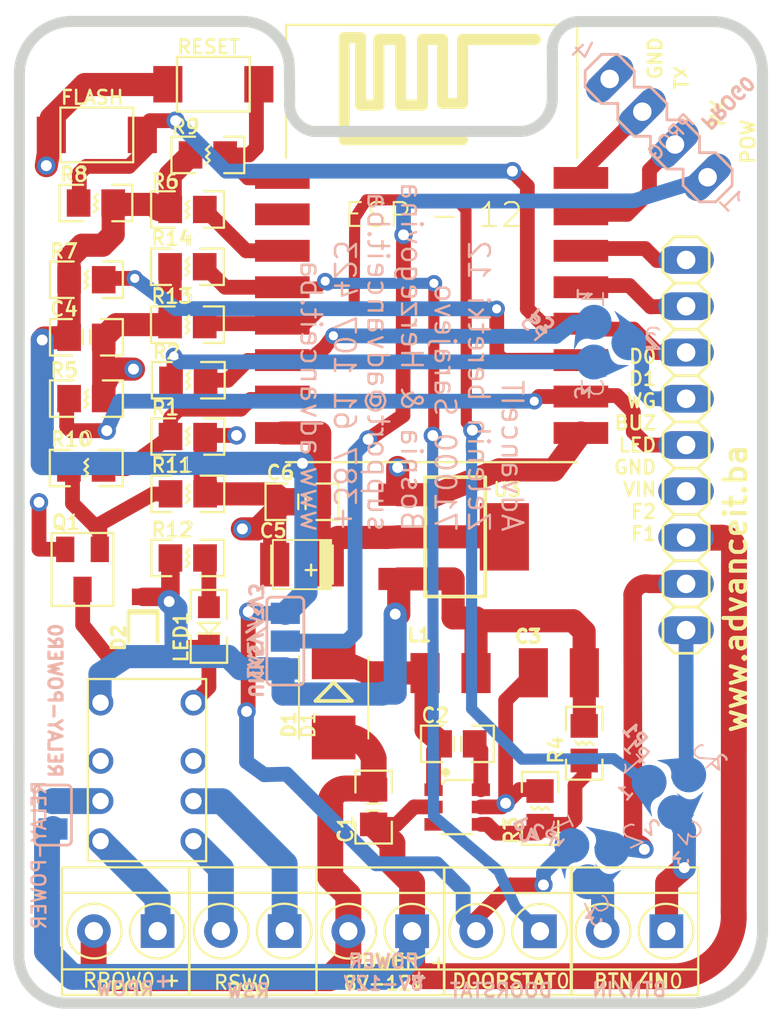
<source format=kicad_pcb>
(kicad_pcb (version 20240108) (generator "pcbnew") (generator_version "8.0")
  (layers (0 "F.Cu" signal) (31 "B.Cu" signal) (34 "B.Paste" user) (35 "F.Paste" user) (36 "B.SilkS" user "B.Silkscreen") (37 "F.SilkS" user "F.Silkscreen") (38 "B.Mask" user) (39 "F.Mask" user) (44 "Edge.Cuts" user))
  (net 0 "")
  (net 1 "GND")
  (net 2 "+3.3V")
  (net 3 "VIN")
  (net 4 "BUCK1")
  (net 5 "BUCK3")
  (net 6 "BUCK2")
  (net 7 "N$6")
  (net 8 "N$7")
  (net 9 "F2")
  (net 10 "F1")
  (net 11 "D0")
  (net 12 "D1")
  (net 13 "LED")
  (net 14 "WG26/34")
  (net 15 "BUZZER")
  (net 16 "RST")
  (net 17 "TXD")
  (net 18 "RXD")
  (net 19 "GPIO2")
  (net 20 "CH_PD")
  (net 21 "BTN")
  (net 22 "+5V")
  (net 23 "RELN2")
  (net 24 "RELN1")
  (net 25 "RELN4")
  (net 26 "RELAY")
  (net 27 "DOOR")
  (net 28 "N$2")
  (net 29 "N$3")
  (net 30 "N$4")
  (net 31 "N$5")
  (net 32 "N$8")
  (net 33 "N$9")
  (net 34 "N$10")
  (footprint "H2-3.5-7.0X7.0MM" (layer "F.Cu") (at 140.929876 127.9927 180)
    (property "Reference" "RSW0")
    (property "Value" "")
  )
  (footprint "H2-3.5-7.0X7.0MM" (layer "F.Cu") (at 133.952876 127.9927 180)
    (property "Reference" "RPOW0")
    (property "Value" "")
  )
  (footprint "SMB" (layer "F.Cu") (at 145.372522 115.167725 -90)
    (property "Reference" "D1")
    (property "Value" "")
  )
  (footprint "R_0805" (layer "F.Cu") (at 132.312876 88.0301 180)
    (property "Reference" "R8")
    (property "Value" "10K" (hide yes))
  )
  (footprint "H2-3.5-7.0X7.0MM" (layer "F.Cu") (at 154.953076 128.0027 180)
    (property "Reference" "DOORSTAT0")
    (property "Value" "")
  )
  (footprint "DIO_SOD123FL" (layer "F.Cu") (at 134.901076 111.272632 -90)
    (property "Reference" "D2")
    (property "Value" "4007-4148" (hide yes))
  )
  (footprint "1X09" (layer "F.Cu") (at 164.730001 101.314869 90)
    (property "Reference" "CONECTOR0" (hide yes))
    (property "Value" "")
  )
  (footprint "R_0805" (layer "F.Cu") (at 159.134504 117.680679 90)
    (property "Reference" "R4")
    (property "Value" "150K" (hide yes))
  )
  (footprint "R_0805" (layer "F.Cu") (at 137.338676 94.7065 180)
    (property "Reference" "R13")
    (property "Value" "10K" (hide yes))
  )
  (footprint "R_0805" (layer "F.Cu") (at 131.792876 92.2401 180)
    (property "Reference" "R7")
    (property "Value" "10K" (hide yes))
  )
  (footprint "H2-3.5-7.0X7.0MM" (layer "F.Cu") (at 147.930476 127.9991 180)
    (property "Reference" "POWER-8V-12V0" (hide yes))
    (property "Value" "GREEN-2P-3.5" (hide yes))
  )
  (footprint "CPOL_B3528" (layer "F.Cu") (at 143.633076 107.8761 180)
    (property "Reference" "C5")
    (property "Value" "47UF" (hide yes))
  )
  (footprint "R_0805" (layer "F.Cu") (at 137.345676 88.3843 180)
    (property "Reference" "R6")
    (property "Value" "10K" (hide yes))
  )
  (footprint "SOT223" (layer "F.Cu") (at 152.047076 106.3529 -90)
    (property "Reference" "LM1117" (hide yes))
    (property "Value" "")
  )
  (footprint "0805LED" (layer "F.Cu") (at 138.620476 111.266635 90)
    (property "Reference" "LED1")
    (property "Value" "")
  )
  (footprint "SOT-23-6" (layer "F.Cu") (at 152.158676 121.1841 -90)
    (property "Reference" "ACT4088" (hide yes))
    (property "Value" "ACT4088" (hide yes))
  )
  (footprint "R_0805" (layer "F.Cu") (at 137.363335 103.994441)
    (property "Reference" "R11")
    (property "Value" "103" (hide yes))
  )
  (footprint "ESP12-SMD" (layer "F.Cu") (at 150.852876 92.4529)
    (property "Reference" "U2" (hide yes))
    (property "Value" "")
  )
  (footprint "" (layer "F.Cu") (at 166.026876 80.4417)
    (property "Reference" "@HOLE0" (hide yes))
    (property "Value" "")
  )
  (footprint "R_0805" (layer "F.Cu") (at 138.462876 85.3901 180)
    (property "Reference" "R9")
    (property "Value" "10K" (hide yes))
  )
  (footprint "C_0805" (layer "F.Cu") (at 143.630276 104.4289 180)
    (property "Reference" "C6")
    (property "Value" "104" (hide yes))
  )
  (footprint "L3225M" (layer "F.Cu") (at 151.791676 113.8319 180)
    (property "Reference" "L1")
    (property "Value" "4.7uH" (hide yes))
  )
  (footprint "R_0805" (layer "F.Cu") (at 131.782676 102.5755)
    (property "Reference" "R10")
    (property "Value" "102R" (hide yes))
  )
  (footprint "HFD3-SIGNAL" (layer "F.Cu") (at 131.868676 114.1565 -90)
    (property "Reference" "RELAY0" (hide yes))
    (property "Value" "2XSWITCH" (hide yes))
  )
  (footprint "C1210" (layer "F.Cu") (at 157.739676 113.8149 180)
    (property "Reference" "C3")
    (property "Value" "220uF" (hide yes))
  )
  (footprint "R_0805" (layer "F.Cu") (at 156.708676 121.2565 -90)
    (property "Reference" "R3")
    (property "Value" "28.7K" (hide yes))
  )
  (footprint "R_0805" (layer "F.Cu") (at 137.361676 100.8473 180)
    (property "Reference" "R1")
    (property "Value" "10K" (hide yes))
  )
  (footprint "R_0805" (layer "F.Cu") (at 131.791676 98.7659 180)
    (property "Reference" "R5")
    (property "Value" "10K" (hide yes))
  )
  (footprint "2P-SWITCH-TURTLE" (layer "F.Cu") (at 134.364276 85.7915 180)
    (property "Reference" "SW1" (hide yes))
    (property "Value" "FLASH")
  )
  (footprint "C_0805" (layer "F.Cu") (at 152.168676 117.7165 180)
    (property "Reference" "C2")
    (property "Value" "22nF" (hide yes))
  )
  (footprint "C_0805" (layer "F.Cu") (at 147.568676 121.1865 -90)
    (property "Reference" "C1")
    (property "Value" "10nF" (hide yes))
  )
  (footprint "R_0805" (layer "F.Cu") (at 137.357104 107.512485)
    (property "Reference" "R12")
    (property "Value" "102R" (hide yes))
  )
  (footprint "R_0805" (layer "F.Cu") (at 137.338676 91.5265)
    (property "Reference" "R14")
    (property "Value" "10K" (hide yes))
  )
  (footprint "2P-SWITCH-TURTLE" (layer "F.Cu") (at 140.764276 83.0115 180)
    (property "Reference" "SW2" (hide yes))
    (property "Value" "RESET")
  )
  (footprint "SOT23" (layer "F.Cu") (at 131.578276 108.1407 180)
    (property "Reference" "Q1")
    (property "Value" "")
  )
  (footprint "C_0805" (layer "F.Cu") (at 131.792876 95.4001)
    (property "Reference" "C4")
    (property "Value" "100n" (hide yes))
  )
  (footprint "R_0805" (layer "F.Cu") (at 137.388676 97.7565)
    (property "Reference" "R2")
    (property "Value" "10K" (hide yes))
  )
  (footprint "H2-3.5-7.0X7.0MM" (layer "F.Cu") (at 161.896476 127.9977 180)
    (property "Reference" "BTN/IN0")
    (property "Value" "GREEN-2P-3.5" (hide yes))
  )
  (footprint "SJ_3" (layer "B.Cu") (at 160.318676 95.6865 -90)
    (property "Reference" "P3")
    (property "Value" "" (hide yes))
  )
  (footprint "SJ_3" (layer "B.Cu") (at 163.90876 120.24165 -48.9)
    (property "Reference" "P1")
    (property "Value" "" (hide yes))
  )
  (footprint "MA04-1" (layer "B.Cu") (at 163.222676 83.9179 134.9)
    (property "Reference" "PROG0")
    (property "Value" "")
  )
  (footprint "SJ_3" (layer "B.Cu") (at 159.499276 124.036104 -65.3)
    (property "Reference" "P2")
    (property "Value" "" (hide yes))
  )
  (footprint "SJ_2" (layer "B.Cu") (at 142.718276 112.0761 90)
    (property "Reference" "UNK5V/3V3")
    (property "Value" "")
  )
  (footprint "SJ" (layer "B.Cu") (at 129.954876 121.6277 -90)
    (property "Reference" "RELAY-POWER0")
    (property "Value" "")
  )
  (gr_line (start 168.922476 80.8227) (end 168.922476 127.6857) (stroke (width 0.6096)) (layer "Edge.Cuts"))
  (gr_line (start 165.110476 131.9453) (end 130.542476 131.9453) (stroke (width 0.6096)) (layer "Edge.Cuts"))
  (gr_arc (start 144.255054 84.0993) (mid 143.244379 83.491286) (end 142.959654 82.3467) (stroke (width 0.6096)) (layer "Edge.Cuts"))
  (gr_arc (start 157.390476 79.7397) (mid 157.711022 78.628962) (end 158.723093 78.070213) (stroke (width 0.6096)) (layer "Edge.Cuts"))
  (gr_arc (start 140.347476 78.0619) (mid 142.179448 78.820728) (end 142.938276 80.6527) (stroke (width 0.6096)) (layer "Edge.Cuts"))
  (gr_line (start 166.234094 78.070213) (end 158.723094 78.070213) (stroke (width 0.6096)) (layer "Edge.Cuts"))
  (gr_line (start 131.004876 78.0619) (end 140.347476 78.0619) (stroke (width 0.6096)) (layer "Edge.Cuts"))
  (gr_arc (start 166.234094 78.070212) (mid 168.148344 78.889674) (end 168.922476 80.8227) (stroke (width 0.6096)) (layer "Edge.Cuts"))
  (gr_arc (start 128.109276 80.9575) (mid 128.957378 78.910002) (end 131.004876 78.0619) (stroke (width 0.6096)) (layer "Edge.Cuts"))
  (gr_line (start 142.938276 80.6527) (end 142.959654 82.3467) (stroke (width 0.6096)) (layer "Edge.Cuts"))
  (gr_arc (start 168.922476 127.6857) (mid 167.898668 130.604991) (end 165.110476 131.9453) (stroke (width 0.6096)) (layer "Edge.Cuts"))
  (gr_line (start 157.380476 82.4067) (end 157.390476 79.7397) (stroke (width 0.6096)) (layer "Edge.Cuts"))
  (gr_arc (start 130.542476 131.9453) (mid 128.728533 131.049545) (end 128.079276 129.1335) (stroke (width 0.6096)) (layer "Edge.Cuts"))
  (gr_line (start 128.079276 129.1335) (end 128.109276 80.9575) (stroke (width 0.6096)) (layer "Edge.Cuts"))
  (gr_line (start 144.255054 84.0993) (end 155.425076 84.0993) (stroke (width 0.6096)) (layer "Edge.Cuts"))
  (gr_arc (start 157.380476 82.4067) (mid 156.753325 83.657977) (end 155.425076 84.0993) (stroke (width 0.6096)) (layer "Edge.Cuts"))
  (gr_text "+" (at 136.559916 131.144125 0) (layer "B.SilkS") (effects (font (size 0.75565 0.75565) (thickness 0.13335)) (justify left bottom mirror)))
  (gr_text "2" (at 162.900476 122.917357 320.1) (layer "B.SilkS") (effects (font (size 0.75565 0.75565) (thickness 0.13335)) (justify left bottom mirror)))
  (gr_text "DOORSTAT" (at 157.467435 131.698094 0) (layer "B.SilkS") (effects (font (size 0.75565 0.75565) (thickness 0.13335)) (justify left bottom mirror)))
  (gr_text "1" (at 158.221379 122.852425 50.1) (layer "B.SilkS") (effects (font (size 0.75565 0.75565) (thickness 0.13335)) (justify left bottom mirror)))
  (gr_text "P1" (at 162.319263 118.967775 318.9) (layer "B.SilkS") (effects (font (size 0.75565 0.75565) (thickness 0.13335)) (justify left bottom mirror)))
  (gr_text "1" (at 161.994726 120.330229 50.1) (layer "B.SilkS") (effects (font (size 0.75565 0.75565) (thickness 0.13335)) (justify left bottom mirror)))
  (gr_text "RSW" (at 141.946513 131.718669 0) (layer "B.SilkS") (effects (font (size 0.75565 0.75565) (thickness 0.13335)) (justify left bottom mirror)))
  (gr_text "BTN/IN" (at 163.730151 131.658094 0) (layer "B.SilkS") (effects (font (size 0.75565 0.75565) (thickness 0.13335)) (justify left bottom mirror)))
  (gr_text "AdvanceIT\nZelenih beretki 12\n71000 Sarajevo\nBosnia & Herzegovina\nsupport@advanceit.ba\n+387 61 107 423\nwww.advanceit.ba" (at 143.4642 106.143525 270) (layer "B.SilkS") (effects (font (size 1.143 1.143) (thickness 0.127)) (justify left bottom mirror)))
  (gr_text "+" (at 150.449916 130.005725 90) (layer "B.SilkS") (effects (font (size 0.75565 0.75565) (thickness 0.13335)) (justify left bottom mirror)))
  (gr_text "5V/3V3" (at 141.082526 112.055519 90) (layer "B.SilkS") (effects (font (size 0.75565 0.75565) (thickness 0.13335)) (justify mirror)))
  (gr_text "+" (at 136.563476 131.1347 0) (layer "B.SilkS") (effects (font (size 0.75565 0.75565) (thickness 0.13335)) (justify left bottom mirror)))
  (gr_text "RSW" (at 141.942953 131.728094 0) (layer "B.SilkS") (effects (font (size 0.75565 0.75565) (thickness 0.13335)) (justify left bottom mirror)))
  (gr_text "3" (at 160.316319 127.301088 50.1) (layer "B.SilkS") (effects (font (size 0.75565 0.75565) (thickness 0.13335)) (justify left bottom mirror)))
  (gr_text "3" (at 165.089804 124.056813 50.1) (layer "B.SilkS") (effects (font (size 0.75565 0.75565) (thickness 0.13335)) (justify left bottom mirror)))
  (gr_text "POWER\n8V-12V" (at 148.115116 130.265925 0) (layer "B.SilkS") (effects (font (size 0.75565 0.75565) (thickness 0.13335)) (justify mirror)))
  (gr_text "1" (at 158.682947 93.474512 270) (layer "B.SilkS") (effects (font (size 0.75565 0.75565) (thickness 0.13335)) (justify left bottom mirror)))
  (gr_text "3" (at 158.542947 98.884512 270) (layer "B.SilkS") (effects (font (size 0.75565 0.75565) (thickness 0.13335)) (justify left bottom mirror)))
  (gr_text "RPOW" (at 135.594129 131.598669 0) (layer "B.SilkS") (effects (font (size 0.75565 0.75565) (thickness 0.13335)) (justify left bottom mirror)))
  (gr_text "P2" (at 157.448164 123.46659 -24.7) (layer "B.SilkS") (effects (font (size 0.75565 0.75565) (thickness 0.13335)) (justify left bottom mirror)))
  (gr_text "2" (at 166.624751 119.330841 320.1) (layer "B.SilkS") (effects (font (size 0.75565 0.75565) (thickness 0.13335)) (justify left bottom mirror)))
  (gr_text "2" (at 163.225116 96.035925 0) (layer "B.SilkS") (effects (font (size 0.75565 0.75565) (thickness 0.13335)) (justify left bottom mirror)))
  (gr_text "BTN/IN" (at 163.733711 131.648669 0) (layer "B.SilkS") (effects (font (size 0.75565 0.75565) (thickness 0.13335)) (justify left bottom mirror)))
  (gr_text "DOORSTAT" (at 157.470995 131.688669 0) (layer "B.SilkS") (effects (font (size 0.75565 0.75565) (thickness 0.13335)) (justify left bottom mirror)))
  (gr_text "P3" (at 156.529313 95.816368 -50.4) (layer "B.SilkS") (effects (font (size 0.75565 0.75565) (thickness 0.13335)) (justify left bottom mirror)))
  (gr_text "PROG" (at 165.364416 83.57031 45.1) (layer "B.SilkS") (effects (font (size 0.75565 0.75565) (thickness 0.13335)) (justify left bottom mirror)))
  (gr_text "RELAY-POWER" (at 129.635507 119.667519 90) (layer "B.SilkS") (effects (font (size 0.75565 0.75565) (thickness 0.13335)) (justify left bottom mirror)))
  (gr_text "POWER\n8V-12V" (at 148.118676 130.2565 0) (layer "B.SilkS") (effects (font (size 0.75565 0.75565) (thickness 0.13335)) (justify mirror)))
  (gr_text "RPOW" (at 135.590569 131.608094 0) (layer "B.SilkS") (effects (font (size 0.75565 0.75565) (thickness 0.13335)) (justify left bottom mirror)))
  (gr_text "AdvanceIT\nZelenih beretki 12\n71000 Sarajevo\nBosnia & Herzegovina\nsupport@advanceit.ba\n+387 61 107 423\nwww.advanceit.ba" (at 143.461834 106.153228 270) (layer "B.SilkS") (effects (font (size 1.143 1.143) (thickness 0.127)) (justify left bottom mirror)))
  (gr_text "+" (at 150.453476 129.9963 90) (layer "B.SilkS") (effects (font (size 0.75565 0.75565) (thickness 0.13335)) (justify left bottom mirror)))
  (gr_text "C1" (at 146.490597 123.240325 90) (layer "F.SilkS") (effects (font (size 0.75565 0.75565) (thickness 0.13335)) (justify left bottom)))
  (gr_text "www.advanceit.ba" (at 167.44061 109.191725 90) (layer "F.SilkS") (effects (font (size 1.20904 1.20904) (thickness 0.21336))))
  (gr_text "R10" (at 129.75901 101.456525 0) (layer "F.SilkS") (effects (font (size 0.75565 0.75565) (thickness 0.13335)) (justify left bottom)))
  (gr_text "R6" (at 135.282619 87.303135 0) (layer "F.SilkS") (effects (font (size 0.75565 0.75565) (thickness 0.13335)) (justify left bottom)))
  (gr_text "R2" (at 135.345613 96.655316 0) (layer "F.SilkS") (effects (font (size 0.75565 0.75565) (thickness 0.13335)) (justify left bottom)))
  (gr_text "L1" (at 149.330419 112.164325 0) (layer "F.SilkS") (effects (font (size 0.75565 0.75565) (thickness 0.13335)) (justify left bottom)))
  (gr_text "POWER\n8V-12V" (at 148.12061 130.255325 0) (layer "F.SilkS") (effects (font (size 0.75565 0.75565) (thickness 0.13335))))
  (gr_text "U3" (at 154.061501 104.203432 0) (layer "F.SilkS") (effects (font (size 0.75565 0.75565) (thickness 0.13335)) (justify left bottom)))
  (gr_text "BTN/IN" (at 159.592401 131.188925 0) (layer "F.SilkS") (effects (font (size 0.75565 0.75565) (thickness 0.13335)) (justify left bottom)))
  (gr_text "R13" (at 135.275029 93.605922 0) (layer "F.SilkS") (effects (font (size 0.75565 0.75565) (thickness 0.13335)) (justify left bottom)))
  (gr_text "TX" (at 164.940045 81.89082 90) (layer "F.SilkS") (effects (font (size 0.75565 0.75565) (thickness 0.13335)) (justify left bottom)))
  (gr_text "R9" (at 136.402507 84.297985 0) (layer "F.SilkS") (effects (font (size 0.75565 0.75565) (thickness 0.13335)) (justify left bottom)))
  (gr_text "Q1" (at 129.815219 106.024538 0) (layer "F.SilkS") (effects (font (size 0.75565 0.75565) (thickness 0.13335)) (justify left bottom)))
  (gr_text "GND" (at 163.471979 81.327178 90) (layer "F.SilkS") (effects (font (size 0.75565 0.75565) (thickness 0.13335)) (justify left bottom)))
  (gr_text "RPOW" (at 132.224366 131.603682 0) (layer "F.SilkS") (effects (font (size 0.75565 0.75565) (thickness 0.13335)) (justify left bottom)))
  (gr_text "FLASH" (at 130.308716 82.677788 0) (layer "F.SilkS") (effects (font (size 0.75565 0.75565) (thickness 0.13335)) (justify left bottom)))
  (gr_text "+" (at 135.92581 131.110125 0) (layer "F.SilkS") (effects (font (size 0.75565 0.75565) (thickness 0.13335)) (justify left bottom)))
  (gr_text "C6" (at 141.613013 103.296119 0) (layer "F.SilkS") (effects (font (size 0.75565 0.75565) (thickness 0.13335)) (justify left bottom)))
  (gr_text "R4" (at 158.042322 118.884019 90) (layer "F.SilkS") (effects (font (size 0.75565 0.75565) (thickness 0.13335)) (justify left bottom)))
  (gr_text "R1" (at 135.294813 99.736919 0) (layer "F.SilkS") (effects (font (size 0.75565 0.75565) (thickness 0.13335)) (justify left bottom)))
  (gr_text "D1" (at 144.408607 117.494719 90) (layer "F.SilkS") (effects (font (size 0.75565 0.75565) (thickness 0.13335)) (justify left bottom)))
  (gr_text "+" (at 150.58081 130.125325 0) (layer "F.SilkS") (effects (font (size 0.75565 0.75565) (thickness 0.13335)) (justify left bottom)))
  (gr_text "RX" (at 166.930045 83.920737 90) (layer "F.SilkS") (effects (font (size 0.75565 0.75565) (thickness 0.13335)) (justify left bottom)))
  (gr_text "RESET" (at 136.709857 79.901747 0) (layer "F.SilkS") (effects (font (size 0.75565 0.75565) (thickness 0.13335)) (justify left bottom)))
  (gr_text "POW" (at 168.580579 85.953328 90) (layer "F.SilkS") (effects (font (size 0.75565 0.75565) (thickness 0.13335)) (justify left bottom)))
  (gr_text "D2" (at 133.982613 112.71106 90) (layer "F.SilkS") (effects (font (size 0.75565 0.75565) (thickness 0.13335)) (justify left bottom)))
  (gr_text "FLASH" (at 130.308676 82.677582 0) (layer "F.SilkS") (effects (font (size 0.75565 0.75565) (thickness 0.13335)) (justify left bottom)))
  (gr_text "+" (at 150.578876 130.1265 0) (layer "F.SilkS") (effects (font (size 0.75565 0.75565) (thickness 0.13335)) (justify left bottom)))
  (gr_text "D0\nD1\nWG\nBUZ\nLED\nGND\nVIN\nF2\nF1" (at 163.168888 101.318447 0) (layer "F.SilkS") (effects (font (size 0.75565 0.75565) (thickness 0.13335)) (justify right)))
  (gr_text "D0\nD1\nWG\nBUZ\nLED\nGND\nVIN\nF2\nF1" (at 163.168754 101.319582 0) (layer "F.SilkS") (effects (font (size 0.75565 0.75565) (thickness 0.13335)) (justify right)))
  (gr_text "LED1" (at 137.43581 113.325532 90) (layer "F.SilkS") (effects (font (size 0.75565 0.75565) (thickness 0.13335)) (justify left bottom)))
  (gr_text "R12" (at 135.295116 106.422007 0) (layer "F.SilkS") (effects (font (size 0.75565 0.75565) (thickness 0.13335)) (justify left bottom)))
  (gr_text "RESET" (at 136.70996 79.901819 0) (layer "F.SilkS") (effects (font (size 0.75565 0.75565) (thickness 0.13335)) (justify left bottom)))
  (gr_text "R11" (at 135.281804 102.881304 0) (layer "F.SilkS") (effects (font (size 0.75565 0.75565) (thickness 0.13335)) (justify left bottom)))
  (gr_text "RX" (at 166.931979 83.919562 90) (layer "F.SilkS") (effects (font (size 0.75565 0.75565) (thickness 0.13335)) (justify left bottom)))
  (gr_text "C2" (at 150.11561 116.615319 0) (layer "F.SilkS") (effects (font (size 0.75565 0.75565) (thickness 0.13335)) (justify left bottom)))
  (gr_text "C4" (at 129.729801 94.308913 0) (layer "F.SilkS") (effects (font (size 0.75565 0.75565) (thickness 0.13335)) (justify left bottom)))
  (gr_text "R5" (at 129.732619 97.665929 0) (layer "F.SilkS") (effects (font (size 0.75565 0.75565) (thickness 0.13335)) (justify left bottom)))
  (gr_text "R3" (at 155.610622 123.310329 90) (layer "F.SilkS") (effects (font (size 0.75565 0.75565) (thickness 0.13335)) (justify left bottom)))
  (gr_text "R8" (at 130.269804 86.91891 0) (layer "F.SilkS") (effects (font (size 0.75565 0.75565) (thickness 0.13335)) (justify left bottom)))
  (gr_text "POWER\n8V-12V" (at 148.118676 130.2565 0) (layer "F.SilkS") (effects (font (size 0.75565 0.75565) (thickness 0.13335))))
  (gr_text "POW" (at 168.578645 85.954503 90) (layer "F.SilkS") (effects (font (size 0.75565 0.75565) (thickness 0.13335)) (justify left bottom)))
  (gr_text "TX" (at 164.941979 81.889645 90) (layer "F.SilkS") (effects (font (size 0.75565 0.75565) (thickness 0.13335)) (justify left bottom)))
  (gr_text "www.advanceit.ba" (at 167.438676 109.1929 90) (layer "F.SilkS") (effects (font (size 1.20904 1.20904) (thickness 0.21336))))
  (gr_text "RSW" (at 139.40897 131.723698 0) (layer "F.SilkS") (effects (font (size 0.75565 0.75565) (thickness 0.13335)) (justify left bottom)))
  (gr_text "R7" (at 129.719816 91.138916 0) (layer "F.SilkS") (effects (font (size 0.75565 0.75565) (thickness 0.13335)) (justify left bottom)))
  (gr_text "R14" (at 135.27561 90.425329 0) (layer "F.SilkS") (effects (font (size 0.75565 0.75565) (thickness 0.13335)) (justify left bottom)))
  (gr_text "GND" (at 163.470045 81.328353 90) (layer "F.SilkS") (effects (font (size 0.75565 0.75565) (thickness 0.13335)) (justify left bottom)))
  (gr_text "C3" (at 155.234722 112.254897 0) (layer "F.SilkS") (effects (font (size 0.75565 0.75565) (thickness 0.13335)) (justify left bottom)))
  (gr_text "C5" (at 141.22721 106.453922 0) (layer "F.SilkS") (effects (font (size 0.75565 0.75565) (thickness 0.13335)) (justify left bottom)))
  (gr_text "DOORSTAT" (at 151.801207 131.189129 0) (layer "F.SilkS") (effects (font (size 0.75565 0.75565) (thickness 0.13335)) (justify left bottom)))
  (segment (start 129.188676 104.4565) (end 129.188676 107.0265) (width 0.8128) (layer "F.Cu") (net 1))
  (segment (start 154.818676 120.9765) (end 154.618676 121.1765) (width 0.8128) (layer "F.Cu") (net 1))
  (segment (start 142.133076 104.9761) (end 142.133076 107.8761) (width 1.27) (layer "F.Cu") (net 1))
  (segment (start 141.192676 105.9165) (end 140.358676 105.9165) (width 1.27) (layer "F.Cu") (net 1))
  (segment (start 155.578676 120.2265) (end 156.918676 120.2265) (width 0.8128) (layer "F.Cu") (net 1))
  (segment (start 129.864276 83.3709) (end 129.864276 84.2915) (width 1.27) (layer "F.Cu") (net 1))
  (segment (start 146.180476 129.5547) (end 146.180476 127.9991) (width 1.4224) (layer "F.Cu") (net 1))
  (segment (start 156.918676 120.2265) (end 156.708676 120.3065) (width 0.8128) (layer "F.Cu") (net 1))
  (segment (start 138.311676 100.8473) (end 138.312676 100.8483) (width 1.27) (layer "F.Cu") (net 1))
  (segment (start 138.372476 100.7865) (end 140.038676 100.7865) (width 0.8128) (layer "F.Cu") (net 1))
  (segment (start 129.188676 107.0265) (end 130.234476 107.0407) (width 0.8128) (layer "F.Cu") (net 1))
  (segment (start 132.608676 130.5765) (end 145.158676 130.5765) (width 1.4224) (layer "F.Cu") (net 1))
  (segment (start 154.818676 120.9765) (end 154.828676 120.9765) (width 0.8128) (layer "F.Cu") (net 1))
  (segment (start 138.313335 103.994441) (end 142.139044 103.996904) (width 1.27) (layer "F.Cu") (net 1))
  (segment (start 147.568676 118.5163) (end 147.568676 120.2365) (width 1.4224) (layer "F.Cu") (net 1))
  (segment (start 154.828676 120.9765) (end 155.578676 120.2265) (width 0.8128) (layer "F.Cu") (net 1))
  (segment (start 132.742876 95.4001) (end 133.436476 94.7065) (width 1.27) (layer "F.Cu") (net 1))
  (segment (start 133.258676 97.5665) (end 133.548676 97.1365) (width 0.8128) (layer "F.Cu") (net 1))
  (segment (start 132.188676 128.0069) (end 132.188676 130.1565) (width 1.4224) (layer "F.Cu") (net 1))
  (segment (start 145.158676 130.5765) (end 146.180476 129.5547) (width 1.4224) (layer "F.Cu") (net 1))
  (segment (start 142.133076 104.9761) (end 141.192676 105.9165) (width 1.27) (layer "F.Cu") (net 1))
  (segment (start 157.462276 102.6829) (end 158.952876 100.6529) (width 1.27) (layer "F.Cu") (net 1))
  (segment (start 148.948276 104.0415) (end 150.988676 104.0419) (width 1.27) (layer "F.Cu") (net 1))
  (segment (start 132.188676 130.1565) (end 132.608676 130.5765) (width 1.4224) (layer "F.Cu") (net 1))
  (segment (start 132.741676 98.7659) (end 132.622276 98.7765) (width 0.8128) (layer "F.Cu") (net 1))
  (segment (start 154.468676 102.6765) (end 157.462276 102.6829) (width 1.27) (layer "F.Cu") (net 1))
  (segment (start 132.202876 127.9927) (end 132.188676 128.0069) (width 1.4224) (layer "F.Cu") (net 1))
  (segment (start 153.466276 121.1765) (end 154.618676 121.1765) (width 0.8128) (layer "F.Cu") (net 1))
  (segment (start 132.742876 95.4001) (end 132.741676 95.4013) (width 1.27) (layer "F.Cu") (net 1))
  (segment (start 156.339676 113.8149) (end 154.818676 115.3359) (width 0.8128) (layer "F.Cu") (net 1))
  (segment (start 133.436476 94.7065) (end 136.388676 94.7065) (width 1.27) (layer "F.Cu") (net 1))
  (segment (start 154.818676 115.3359) (end 154.818676 120.9765) (width 0.8128) (layer "F.Cu") (net 1))
  (segment (start 146.180476 126.0283) (end 146.180476 127.9991) (width 1.4224) (layer "F.Cu") (net 1))
  (segment (start 129.820988 84.555369) (end 129.590847 85.978229) (width 1.27) (layer "F.Cu") (net 1))
  (segment (start 142.139044 103.996904) (end 142.680276 104.4289) (width 1.27) (layer "F.Cu") (net 1))
  (segment (start 131.708676 81.5265) (end 129.864276 83.3709) (width 1.27) (layer "F.Cu") (net 1))
  (segment (start 148.888676 102.5465) (end 148.888676 103.9819) (width 1.27) (layer "F.Cu") (net 1))
  (segment (start 132.622276 98.7765) (end 133.258676 97.5665) (width 0.8128) (layer "F.Cu") (net 1))
  (segment (start 145.188676 125.0365) (end 146.180476 126.0283) (width 1.4224) (layer "F.Cu") (net 1))
  (segment (start 142.680276 104.4289) (end 142.133076 104.9761) (width 1.27) (layer "F.Cu") (net 1))
  (segment (start 130.234476 107.0407) (end 130.628276 107.0407) (width 0.8128) (layer "F.Cu") (net 1))
  (segment (start 148.888676 103.9819) (end 148.948276 104.0415) (width 1.27) (layer "F.Cu") (net 1))
  (segment (start 138.311676 100.8473) (end 138.372476 100.7865) (width 0.8128) (layer "F.Cu") (net 1))
  (segment (start 138.312676 100.8483) (end 138.313335 103.994441) (width 1.27) (layer "F.Cu") (net 1))
  (segment (start 133.548676 97.1365) (end 134.378676 97.1465) (width 1.27) (layer "F.Cu") (net 1))
  (segment (start 145.188676 120.9965) (end 145.188676 125.0365) (width 1.4224) (layer "F.Cu") (net 1))
  (segment (start 136.249276 81.5265) (end 131.708676 81.5265) (width 1.27) (layer "F.Cu") (net 1))
  (segment (start 136.388676 94.7065) (end 136.388676 91.5265) (width 1.27) (layer "F.Cu") (net 1))
  (segment (start 129.864276 84.2915) (end 129.820988 84.555369) (width 1.27) (layer "F.Cu") (net 1))
  (segment (start 153.458676 121.1841) (end 153.466276 121.1765) (width 0.8128) (layer "F.Cu") (net 1))
  (segment (start 147.498676 120.1665) (end 146.018676 120.1665) (width 1.4224) (layer "F.Cu") (net 1))
  (segment (start 136.264276 81.5115) (end 136.249276 81.5265) (width 1.27) (layer "F.Cu") (net 1))
  (segment (start 132.741676 95.4013) (end 132.741676 98.7659) (width 1.27) (layer "F.Cu") (net 1))
  (segment (start 150.988676 104.0419) (end 154.468676 102.6765) (width 1.27) (layer "F.Cu") (net 1))
  (via (at 148.888676 102.5465) (size 1.0064) (drill 0.6) (layers "F.Cu" "B.Cu") (net 1))
  (via (at 134.378676 97.1465) (size 1.0064) (drill 0.6) (layers "F.Cu" "B.Cu") (net 1))
  (via (at 140.038676 100.7865) (size 1.0064) (drill 0.6) (layers "F.Cu" "B.Cu") (net 1))
  (via (at 129.590847 85.978229) (size 1.0064) (drill 0.6) (layers "F.Cu" "B.Cu") (net 1))
  (via (at 154.818676 120.9765) (size 1.0064) (drill 0.6) (layers "F.Cu" "B.Cu") (net 1))
  (via (at 140.358676 105.9165) (size 1.0064) (drill 0.6) (layers "F.Cu" "B.Cu") (net 1))
  (via (at 129.188676 104.4565) (size 1.0064) (drill 0.6) (layers "F.Cu" "B.Cu") (net 1))
  (arc (start 147.568676 120.2365) (mid 147.548173 120.187003) (end 147.498676 120.1665) (width 1.4224) (layer "F.Cu") (net 1))
  (arc (start 145.372522 117.367725) (mid 146.708476 117.487174) (end 147.568676 118.5163) (width 1.4224) (layer "F.Cu") (net 1))
  (arc (start 146.018676 120.1665) (mid 145.431777 120.409601) (end 145.188676 120.9965) (width 1.4224) (layer "F.Cu") (net 1))
  (segment (start 140.674338 115.834297) (end 140.678235 110.462788) (width 0.8128) (layer "F.Cu") (net 2))
  (segment (start 133.339276 88.1065) (end 135.478676 88.1065) (width 1.27) (layer "F.Cu") (net 2))
  (segment (start 148.948276 106.3529) (end 154.747076 106.3529) (width 1.27) (layer "F.Cu") (net 2))
  (segment (start 136.395676 86.5073) (end 136.395676 88.3843) (width 1.27) (layer "F.Cu") (net 2))
  (segment (start 130.842876 95.4001) (end 129.462391 95.444363) (width 1.27) (layer "F.Cu") (net 2))
  (segment (start 148.284676 106.3865) (end 145.598676 106.3865) (width 1.27) (layer "F.Cu") (net 2))
  (segment (start 129.462391 95.444363) (end 129.365288 95.548638) (width 1.27) (layer "F.Cu") (net 2))
  (segment (start 145.133076 106.8521) (end 145.133076 107.8761) (width 1.27) (layer "F.Cu") (net 2))
  (segment (start 135.756476 88.3843) (end 136.395676 88.3843) (width 1.27) (layer "F.Cu") (net 2))
  (segment (start 153.203076 128.0027) (end 153.203076 127.321129) (width 0.8128) (layer "F.Cu") (net 2))
  (segment (start 135.478676 88.1065) (end 135.756476 88.3843) (width 1.27) (layer "F.Cu") (net 2))
  (segment (start 145.133076 107.8761) (end 144.580276 107.3233) (width 1.27) (layer "F.Cu") (net 2))
  (segment (start 132.678676 90.3465) (end 133.262876 89.7623) (width 1.27) (layer "F.Cu") (net 2))
  (segment (start 145.598676 106.3865) (end 145.133076 106.8521) (width 1.27) (layer "F.Cu") (net 2))
  (segment (start 144.600879 102.3383) (end 144.604276 100.656488) (width 1.27) (layer "F.Cu") (net 2))
  (segment (start 140.586954 115.936991) (end 140.674338 115.834297) (width 0.6096) (layer "F.Cu") (net 2))
  (segment (start 153.203076 127.321129) (end 155.066279 125.457925) (width 0.8128) (layer "F.Cu") (net 2))
  (segment (start 130.838676 91.0565) (end 131.548676 90.3465) (width 1.27) (layer "F.Cu") (net 2))
  (segment (start 133.262876 89.7623) (end 133.262876 88.0301) (width 1.27) (layer "F.Cu") (net 2))
  (segment (start 137.512876 85.3901) (end 136.395676 86.5073) (width 1.27) (layer "F.Cu") (net 2))
  (segment (start 148.948276 106.3529) (end 148.284676 106.3865) (width 1.27) (layer "F.Cu") (net 2))
  (segment (start 142.552876 100.6529) (end 144.604276 100.656488) (width 1.27) (layer "F.Cu") (net 2))
  (segment (start 144.580276 107.3233) (end 144.580276 104.4289) (width 1.27) (layer "F.Cu") (net 2))
  (segment (start 130.842876 92.2401) (end 130.838676 92.2359) (width 1.27) (layer "F.Cu") (net 2))
  (segment (start 155.066279 125.457925) (end 156.896107 125.457925) (width 0.8128) (layer "F.Cu") (net 2))
  (segment (start 131.548676 90.3465) (end 132.678676 90.3465) (width 1.27) (layer "F.Cu") (net 2))
  (segment (start 144.604276 100.656488) (end 144.580276 104.4289) (width 1.27) (layer "F.Cu") (net 2))
  (segment (start 133.262876 88.0301) (end 133.339276 88.1065) (width 1.27) (layer "F.Cu") (net 2))
  (segment (start 130.842876 92.2401) (end 130.842876 95.4001) (width 1.27) (layer "F.Cu") (net 2))
  (segment (start 143.658691 102.316507) (end 144.600879 102.3383) (width 1.27) (layer "F.Cu") (net 2))
  (segment (start 130.838676 92.2359) (end 130.838676 91.0565) (width 1.27) (layer "F.Cu") (net 2))
  (via (at 140.586954 115.936991) (size 1.0064) (drill 0.6) (layers "F.Cu" "B.Cu") (net 2))
  (via (at 129.365288 95.548638) (size 1.0064) (drill 0.6) (layers "F.Cu" "B.Cu") (net 2))
  (via (at 156.896107 125.457925) (size 1.0064) (drill 0.6) (layers "F.Cu" "B.Cu") (net 2))
  (via (at 140.678235 110.462788) (size 1.0064) (drill 0.6) (layers "F.Cu" "B.Cu") (net 2))
  (via (at 143.658691 102.316507) (size 1.0064) (drill 0.6) (layers "F.Cu" "B.Cu") (net 2))
  (segment (start 152.484941 127.284566) (end 152.484941 125.74726) (width 0.8128) (layer "B.Cu") (net 2))
  (segment (start 157.903307 123.801232) (end 156.896107 124.808432) (width 0.8128) (layer "B.Cu") (net 2))
  (segment (start 152.484941 125.74726) (end 151.038035 124.300354) (width 0.8128) (layer "B.Cu") (net 2))
  (segment (start 156.896107 124.808432) (end 156.896107 125.457925) (width 0.8128) (layer "B.Cu") (net 2))
  (segment (start 140.767547 110.5521) (end 142.718276 110.5521) (width 0.8128) (layer "B.Cu") (net 2))
  (segment (start 141.560469 119.410713) (end 140.586951 118.704332) (width 0.8128) (layer "B.Cu") (net 2))
  (segment (start 143.848676 109.4217) (end 143.848676 102.9265) (width 1.27) (layer "B.Cu") (net 2))
  (segment (start 142.786307 119.374719) (end 141.560469 119.410713) (width 0.8128) (layer "B.Cu") (net 2))
  (segment (start 147.711941 124.300354) (end 142.786307 119.374719) (width 0.8128) (layer "B.Cu") (net 2))
  (segment (start 129.367291 102.331941) (end 143.658691 102.316507) (width 1.27) (layer "B.Cu") (net 2))
  (segment (start 142.718276 110.5521) (end 143.848676 109.4217) (width 1.27) (layer "B.Cu") (net 2))
  (segment (start 140.678235 110.462788) (end 140.767547 110.5521) (width 0.6096) (layer "B.Cu") (net 2))
  (segment (start 143.550682 102.550497) (end 143.658691 102.316507) (width 1.27) (layer "B.Cu") (net 2))
  (segment (start 158.379647 123.324891) (end 157.903307 123.801232) (width 0.6096) (layer "B.Cu") (net 2))
  (segment (start 129.365288 95.548638) (end 129.367291 102.331941) (width 1.27) (layer "B.Cu") (net 2))
  (segment (start 153.203076 128.0027) (end 152.484941 127.284566) (width 0.8128) (layer "B.Cu") (net 2))
  (segment (start 143.848676 102.9265) (end 143.550682 102.550497) (width 1.27) (layer "B.Cu") (net 2))
  (segment (start 151.038035 124.300354) (end 147.711941 124.300354) (width 0.8128) (layer "B.Cu") (net 2))
  (segment (start 140.586951 118.704332) (end 140.586954 115.936991) (width 0.8128) (layer "B.Cu") (net 2))
  (segment (start 149.680476 125.3483) (end 149.680476 127.9991) (width 1.4224) (layer "F.Cu") (net 3))
  (segment (start 149.680476 129.745357) (end 149.680476 127.9991) (width 1.4224) (layer "F.Cu") (net 3))
  (segment (start 148.598676 123.1665) (end 148.598676 124.2665) (width 1.4224) (layer "F.Cu") (net 3))
  (segment (start 149.788676 121.1765) (end 148.828676 122.1365) (width 0.8128) (layer "F.Cu") (net 3))
  (segment (start 150.858676 121.1841) (end 150.851076 121.1765) (width 0.8128) (layer "F.Cu") (net 3))
  (segment (start 150.851076 121.1765) (end 149.788676 121.1765) (width 0.8128) (layer "F.Cu") (net 3))
  (segment (start 164.255916 130.468519) (end 150.403638 130.468519) (width 1.4224) (layer "F.Cu") (net 3))
  (segment (start 148.828676 122.1365) (end 147.568676 122.1365) (width 0.8128) (layer "F.Cu") (net 3))
  (segment (start 167.361882 107.098357) (end 167.342229 126.951069) (width 1.4224) (layer "F.Cu") (net 3))
  (segment (start 147.568676 122.1365) (end 148.598676 123.1665) (width 1.4224) (layer "F.Cu") (net 3))
  (segment (start 164.743569 106.408438) (end 166.659963 106.396438) (width 1.4224) (layer "F.Cu") (net 3))
  (segment (start 148.598676 124.2665) (end 149.680476 125.3483) (width 1.4224) (layer "F.Cu") (net 3))
  (arc (start 164.730001 106.394869) (mid 164.733975 106.404463) (end 164.743569 106.408438) (width 1.4224) (layer "F.Cu") (net 3))
  (arc (start 167.342229 126.951069) (mid 166.52756 129.348991) (end 164.255916 130.468519) (width 1.4224) (layer "F.Cu") (net 3))
  (arc (start 166.659963 106.396438) (mid 167.156295 106.602025) (end 167.361882 107.098357) (width 1.4224) (layer "F.Cu") (net 3))
  (arc (start 150.403638 130.468519) (mid 149.892285 130.25671) (end 149.680476 129.745357) (width 1.4224) (layer "F.Cu") (net 3))
  (segment (start 129.628676 129.1065) (end 131.028676 130.5065) (width 1.4224) (layer "B.Cu") (net 3))
  (segment (start 129.628676 122.7159) (end 129.628676 129.1065) (width 1.4224) (layer "B.Cu") (net 3))
  (segment (start 131.028676 130.5065) (end 148.518676 130.5065) (width 1.4224) (layer "B.Cu") (net 3))
  (segment (start 148.518676 130.5065) (end 149.680476 129.3447) (width 1.4224) (layer "B.Cu") (net 3))
  (segment (start 149.680476 129.3447) (end 149.680476 127.9991) (width 1.4224) (layer "B.Cu") (net 3))
  (segment (start 129.954876 122.3897) (end 129.628676 122.7159) (width 1.4224) (layer "B.Cu") (net 3))
  (segment (start 150.858676 118.0765) (end 150.858676 120.2341) (width 0.8128) (layer "F.Cu") (net 4))
  (segment (start 151.218676 117.7165) (end 150.858676 118.0765) (width 0.8128) (layer "F.Cu") (net 4))
  (segment (start 150.448676 116.9465) (end 151.218676 117.5965) (width 1.27) (layer "F.Cu") (net 4))
  (segment (start 147.264276 113.8119) (end 150.391676 113.8319) (width 1.27) (layer "F.Cu") (net 4))
  (segment (start 151.218676 117.5965) (end 151.218676 117.7165) (width 1.27) (layer "F.Cu") (net 4))
  (segment (start 150.391676 113.8319) (end 150.448676 113.7149) (width 1.27) (layer "F.Cu") (net 4))
  (segment (start 145.372522 112.967725) (end 147.264276 113.8119) (width 1.27) (layer "F.Cu") (net 4))
  (segment (start 150.448676 113.7149) (end 150.448676 116.9465) (width 1.27) (layer "F.Cu") (net 4))
  (segment (start 153.118676 117.7165) (end 153.458676 118.0565) (width 0.8128) (layer "F.Cu") (net 5))
  (segment (start 153.458676 118.0565) (end 153.458676 120.2341) (width 0.8128) (layer "F.Cu") (net 5))
  (segment (start 158.628676 121.8265) (end 158.318676 122.1365) (width 0.8128) (layer "F.Cu") (net 6))
  (segment (start 156.588676 122.6165) (end 156.708676 122.2065) (width 0.8128) (layer "F.Cu") (net 6))
  (segment (start 159.128676 119.4865) (end 158.628676 119.9865) (width 0.8128) (layer "F.Cu") (net 6))
  (segment (start 159.134504 118.630679) (end 159.128676 119.4865) (width 0.8128) (layer "F.Cu") (net 6))
  (segment (start 153.458676 122.1341) (end 153.806276 122.1341) (width 0.8128) (layer "F.Cu") (net 6))
  (segment (start 156.778676 122.1365) (end 156.708676 122.2065) (width 0.8128) (layer "F.Cu") (net 6))
  (segment (start 154.288676 122.6165) (end 156.588676 122.6165) (width 0.8128) (layer "F.Cu") (net 6))
  (segment (start 158.318676 122.1365) (end 156.778676 122.1365) (width 0.8128) (layer "F.Cu") (net 6))
  (segment (start 153.806276 122.1341) (end 154.288676 122.6165) (width 0.8128) (layer "F.Cu") (net 6))
  (segment (start 158.628676 119.9865) (end 158.628676 121.8265) (width 0.8128) (layer "F.Cu") (net 6))
  (segment (start 163.666476 125.3387) (end 163.646476 127.9977) (width 1.27) (layer "F.Cu") (net 7))
  (segment (start 164.629557 124.510054) (end 163.666476 125.3387) (width 1.27) (layer "F.Cu") (net 7))
  (via (at 164.629557 124.510054) (size 1.0064) (drill 0.6) (layers "F.Cu" "B.Cu") (net 7))
  (segment (start 164.148535 121.444441) (end 164.63806 122.460832) (width 1.27) (layer "B.Cu") (net 7))
  (segment (start 164.63806 122.460832) (end 164.629557 124.510054) (width 1.27) (layer "B.Cu") (net 7))
  (segment (start 159.389697 125.257657) (end 160.146476 125.497232) (width 1.27) (layer "B.Cu") (net 8))
  (segment (start 160.146476 125.497232) (end 160.146476 127.9977) (width 1.27) (layer "B.Cu") (net 8))
  (segment (start 162.729629 108.934869) (end 164.730001 108.934869) (width 1.016) (layer "F.Cu") (net 9))
  (segment (start 161.818094 123.22465) (end 161.792441 109.51296) (width 1.016) (layer "F.Cu") (net 9))
  (via (at 162.436741 123.503732) (size 1.0064) (drill 0.6) (layers "F.Cu" "B.Cu") (net 9))
  (arc (start 162.436741 123.503732) (mid 162.185217 123.236066) (end 161.818094 123.22465) (width 1.016) (layer "F.Cu") (net 9))
  (arc (start 161.792441 109.51296) (mid 162.141308 109.029816) (end 162.729629 108.934869) (width 1.016) (layer "F.Cu") (net 9))
  (segment (start 160.806901 123.298541) (end 162.436741 123.503732) (width 1.016) (layer "B.Cu") (net 9))
  (arc (start 160.636369 123.469072) (mid 160.686317 123.348488) (end 160.806901 123.298541) (width 0.8128) (layer "B.Cu") (net 9))
  (segment (start 164.736019 118.601925) (end 164.839491 119.376644) (width 0.8128) (layer "B.Cu") (net 10))
  (segment (start 164.730001 111.474869) (end 164.736019 118.601925) (width 0.8128) (layer "B.Cu") (net 10))
  (segment (start 158.952876 90.6529) (end 159.076819 90.528957) (width 0.8128) (layer "F.Cu") (net 11))
  (segment (start 163.132441 91.185654) (end 164.730001 91.154869) (width 0.8128) (layer "F.Cu") (net 11))
  (segment (start 159.076819 90.528957) (end 162.475744 90.528957) (width 0.8128) (layer "F.Cu") (net 11))
  (segment (start 162.475744 90.528957) (end 163.132441 91.185654) (width 0.8128) (layer "F.Cu") (net 11))
  (segment (start 162.778813 93.725654) (end 164.730001 93.694869) (width 0.8128) (layer "F.Cu") (net 12))
  (segment (start 158.952876 92.6529) (end 159.044994 92.560782) (width 0.8128) (layer "F.Cu") (net 12))
  (segment (start 159.044994 92.560782) (end 161.613941 92.560782) (width 0.8128) (layer "F.Cu") (net 12))
  (segment (start 161.613941 92.560782) (end 162.778813 93.725654) (width 0.8128) (layer "F.Cu") (net 12))
  (segment (start 159.007319 98.598457) (end 160.928022 98.598457) (width 0.8128) (layer "F.Cu") (net 13))
  (segment (start 160.928022 98.598457) (end 161.830788 99.501222) (width 0.8128) (layer "F.Cu") (net 13))
  (segment (start 156.642276 98.6529) (end 158.952876 98.6529) (width 0.8128) (layer "F.Cu") (net 13))
  (segment (start 158.952876 98.6529) (end 159.007319 98.598457) (width 0.8128) (layer "F.Cu") (net 13))
  (segment (start 162.556694 101.314869) (end 164.730001 101.314869) (width 0.8128) (layer "F.Cu") (net 13))
  (segment (start 156.388676 98.9065) (end 156.642276 98.6529) (width 0.8128) (layer "F.Cu") (net 13))
  (segment (start 130.708676 98.8989) (end 130.708676 100.2965) (width 0.8128) (layer "F.Cu") (net 13))
  (segment (start 161.830788 100.588963) (end 162.556694 101.314869) (width 0.8128) (layer "F.Cu") (net 13))
  (segment (start 130.708676 100.2965) (end 130.938676 100.5265) (width 0.8128) (layer "F.Cu") (net 13))
  (segment (start 161.830788 99.501222) (end 161.830788 100.588963) (width 0.8128) (layer "F.Cu") (net 13))
  (segment (start 130.938676 100.5265) (end 132.909726 100.5265) (width 0.8128) (layer "F.Cu") (net 13))
  (segment (start 130.841676 98.7659) (end 130.708676 98.8989) (width 0.8128) (layer "F.Cu") (net 13))
  (via (at 156.388676 98.9065) (size 0.9064) (drill 0.5) (layers "F.Cu" "B.Cu") (net 13))
  (via (at 132.909726 100.5265) (size 1.0064) (drill 0.6) (layers "F.Cu" "B.Cu") (net 13))
  (segment (start 133.608676 98.9065) (end 156.388676 98.9065) (width 0.8128) (layer "B.Cu") (net 13))
  (segment (start 132.909726 100.5265) (end 133.608676 98.9065) (width 0.8128) (layer "B.Cu") (net 13))
  (segment (start 156.528676 99.0465) (end 156.388676 98.9065) (width 0.4064) (layer "B.Cu") (net 13))
  (segment (start 131.401385 86.403291) (end 131.786091 86.018585) (width 0.8128) (layer "F.Cu") (net 14))
  (segment (start 135.22846 84.928213) (end 135.22846 83.561963) (width 0.8128) (layer "F.Cu") (net 14))
  (segment (start 131.362876 88.0301) (end 131.401385 87.991591) (width 0.8128) (layer "F.Cu") (net 14))
  (segment (start 163.126766 96.234869) (end 164.730001 96.234869) (width 0.8128) (layer "F.Cu") (net 14))
  (segment (start 155.188501 86.280722) (end 156.009479 87.1017) (width 0.8128) (layer "F.Cu") (net 14))
  (segment (start 158.615135 94.6529) (end 158.952876 94.6529) (width 0.8128) (layer "F.Cu") (net 14))
  (segment (start 134.736519 85.420154) (end 135.22846 84.928213) (width 0.8128) (layer "F.Cu") (net 14))
  (segment (start 134.138088 86.018585) (end 134.736519 85.420154) (width 0.8128) (layer "F.Cu") (net 14))
  (segment (start 158.952876 94.6529) (end 159.251232 94.951257) (width 0.8128) (layer "F.Cu") (net 14))
  (segment (start 156.009479 87.1017) (end 156.009479 93.847082) (width 0.8128) (layer "F.Cu") (net 14))
  (segment (start 134.736519 85.420154) (end 134.736519 84.419257) (width 0.8128) (layer "F.Cu") (net 14))
  (segment (start 156.009479 93.847082) (end 156.815297 94.6529) (width 0.8128) (layer "F.Cu") (net 14))
  (segment (start 134.736519 84.419257) (end 134.864276 84.2915) (width 0.8128) (layer "F.Cu") (net 14))
  (segment (start 131.786091 86.018585) (end 134.138088 86.018585) (width 0.8128) (layer "F.Cu") (net 14))
  (segment (start 159.251232 94.951257) (end 161.843154 94.951257) (width 0.8128) (layer "F.Cu") (net 14))
  (segment (start 135.22846 83.561963) (end 135.27976 83.510663) (width 0.8128) (layer "F.Cu") (net 14))
  (segment (start 161.843154 94.951257) (end 163.126766 96.234869) (width 0.8128) (layer "F.Cu") (net 14))
  (segment (start 131.401385 87.991591) (end 131.401385 86.403291) (width 0.8128) (layer "F.Cu") (net 14))
  (segment (start 135.27976 83.510663) (end 136.690829 83.510663) (width 0.8128) (layer "F.Cu") (net 14))
  (segment (start 156.815297 94.6529) (end 158.952876 94.6529) (width 0.8128) (layer "F.Cu") (net 14))
  (via (at 136.690829 83.510663) (size 1.0064) (drill 0.6) (layers "F.Cu" "B.Cu") (net 14))
  (via (at 155.188501 86.280722) (size 1.0064) (drill 0.6) (layers "F.Cu" "B.Cu") (net 14))
  (segment (start 136.690829 83.510663) (end 139.460888 86.280722) (width 0.8128) (layer "B.Cu") (net 14))
  (segment (start 139.460888 86.280722) (end 155.188501 86.280722) (width 0.8128) (layer "B.Cu") (net 14))
  (segment (start 139.558676 97.7565) (end 138.338676 97.7565) (width 0.8128) (layer "F.Cu") (net 15))
  (segment (start 144.028676 96.6765) (end 144.868676 95.9665) (width 0.8128) (layer "F.Cu") (net 15))
  (segment (start 144.868676 95.9665) (end 145.358676 95.3165) (width 0.8128) (layer "F.Cu") (net 15))
  (segment (start 142.569276 96.6365) (end 144.028676 96.6765) (width 0.8128) (layer "F.Cu") (net 15))
  (segment (start 142.529276 96.6765) (end 140.638676 96.6765) (width 0.8128) (layer "F.Cu") (net 15))
  (segment (start 140.638676 96.6765) (end 139.558676 97.7565) (width 0.8128) (layer "F.Cu") (net 15))
  (segment (start 142.552876 96.6529) (end 142.529276 96.6765) (width 0.8128) (layer "F.Cu") (net 15))
  (segment (start 142.552876 96.6529) (end 142.569276 96.6365) (width 0.8128) (layer "F.Cu") (net 15))
  (via (at 145.358676 95.3165) (size 0.9064) (drill 0.5) (layers "F.Cu" "B.Cu") (net 15))
  (segment (start 153.038676 95.3465) (end 157.588676 95.3465) (width 0.8128) (layer "B.Cu") (net 15))
  (segment (start 145.358676 95.3165) (end 153.038676 95.3465) (width 0.8128) (layer "B.Cu") (net 15))
  (segment (start 157.588676 95.3465) (end 158.572676 94.5725) (width 0.8128) (layer "B.Cu") (net 15))
  (segment (start 158.572676 94.5725) (end 159.598676 94.5725) (width 0.8128) (layer "B.Cu") (net 15))
  (segment (start 140.675676 86.6529) (end 142.552876 86.6529) (width 0.8128) (layer "F.Cu") (net 16))
  (segment (start 141.128676 84.9965) (end 140.735076 85.3901) (width 0.8128) (layer "F.Cu") (net 16))
  (segment (start 141.128676 81.6471) (end 141.128676 84.9965) (width 0.8128) (layer "F.Cu") (net 16))
  (segment (start 140.735076 85.3901) (end 139.412876 85.3901) (width 0.8128) (layer "F.Cu") (net 16))
  (segment (start 141.264276 81.5115) (end 141.128676 81.6471) (width 0.8128) (layer "F.Cu") (net 16))
  (segment (start 139.412876 85.3901) (end 140.675676 86.6529) (width 0.8128) (layer "F.Cu") (net 16))
  (segment (start 158.952876 86.391654) (end 158.952876 86.6529) (width 0.8128) (layer "F.Cu") (net 17))
  (segment (start 162.326219 83.01831) (end 158.952876 86.391654) (width 0.8128) (layer "F.Cu") (net 17))
  (segment (start 162.718676 87.4265) (end 161.492276 88.6529) (width 0.8128) (layer "F.Cu") (net 18))
  (segment (start 161.492276 88.6529) (end 158.952876 88.6529) (width 0.8128) (layer "F.Cu") (net 18))
  (segment (start 164.119135 84.817494) (end 162.718676 86.217954) (width 0.8128) (layer "F.Cu") (net 18))
  (segment (start 162.718676 86.217954) (end 162.718676 87.4265) (width 0.8128) (layer "F.Cu") (net 18))
  (segment (start 154.672641 96.663204) (end 158.952876 96.6529) (width 0.8128) (layer "F.Cu") (net 19))
  (segment (start 154.325938 93.836804) (end 154.336241 96.326804) (width 0.8128) (layer "F.Cu") (net 19))
  (segment (start 154.336241 96.326804) (end 154.672641 96.663204) (width 0.8128) (layer "F.Cu") (net 19))
  (segment (start 132.816476 92.1665) (end 134.448676 92.1665) (width 0.8128) (layer "F.Cu") (net 19))
  (segment (start 132.742876 92.2401) (end 132.816476 92.1665) (width 0.8128) (layer "F.Cu") (net 19))
  (via (at 134.448676 92.1665) (size 0.9064) (drill 0.5) (layers "F.Cu" "B.Cu") (net 19))
  (via (at 154.325938 93.836804) (size 0.9064) (drill 0.5) (layers "F.Cu" "B.Cu") (net 19))
  (segment (start 134.448676 92.1665) (end 136.698676 93.8265) (width 0.8128) (layer "B.Cu") (net 19))
  (segment (start 136.698676 93.8265) (end 154.325938 93.836804) (width 0.8128) (layer "B.Cu") (net 19))
  (segment (start 140.564276 90.6529) (end 142.552876 90.6529) (width 0.8128) (layer "F.Cu") (net 20))
  (segment (start 138.295676 88.3843) (end 140.564276 90.6529) (width 0.8128) (layer "F.Cu") (net 20))
  (segment (start 152.128676 87.8565) (end 152.638676 88.4265) (width 0.6096) (layer "F.Cu") (net 21))
  (segment (start 143.912276 94.6529) (end 144.678676 93.8865) (width 0.6096) (layer "F.Cu") (net 21))
  (segment (start 146.428676 93.8865) (end 146.498676 93.8165) (width 0.6096) (layer "F.Cu") (net 21))
  (segment (start 138.288676 94.7065) (end 138.342276 94.6529) (width 0.8128) (layer "F.Cu") (net 21))
  (segment (start 142.552876 94.6529) (end 143.912276 94.6529) (width 0.6096) (layer "F.Cu") (net 21))
  (segment (start 152.658676 100.0865) (end 152.988676 100.4965) (width 0.6096) (layer "F.Cu") (net 21))
  (segment (start 144.678676 93.8865) (end 146.428676 93.8865) (width 0.6096) (layer "F.Cu") (net 21))
  (segment (start 138.342276 94.6529) (end 142.552876 94.6529) (width 0.8128) (layer "F.Cu") (net 21))
  (segment (start 146.528676 88.8665) (end 147.178676 87.8565) (width 0.6096) (layer "F.Cu") (net 21))
  (segment (start 146.498676 93.8165) (end 146.528676 88.8665) (width 0.6096) (layer "F.Cu") (net 21))
  (segment (start 147.178676 87.8565) (end 152.128676 87.8565) (width 0.6096) (layer "F.Cu") (net 21))
  (segment (start 152.638676 88.4265) (end 152.658676 100.0865) (width 0.6096) (layer "F.Cu") (net 21))
  (via (at 152.988676 100.4965) (size 1.0064) (drill 0.6) (layers "F.Cu" "B.Cu") (net 21))
  (segment (start 155.708676 118.5565) (end 152.948676 115.7965) (width 0.6096) (layer "B.Cu") (net 21))
  (segment (start 160.743526 118.5285) (end 155.708676 118.5565) (width 0.6096) (layer "B.Cu") (net 21))
  (segment (start 162.633879 119.875491) (end 160.743526 118.5285) (width 0.6096) (layer "B.Cu") (net 21))
  (segment (start 152.988676 100.4965) (end 152.928676 101.3565) (width 0.6096) (layer "B.Cu") (net 21))
  (segment (start 152.928676 101.3565) (end 152.948676 101.6765) (width 0.6096) (layer "B.Cu") (net 21))
  (segment (start 152.948676 115.7965) (end 152.948676 101.6765) (width 0.6096) (layer "B.Cu") (net 21))
  (segment (start 159.139676 113.8149) (end 159.139676 116.4955) (width 1.27) (layer "F.Cu") (net 22))
  (segment (start 136.407104 109.904125) (end 136.407104 107.512485) (width 1.016) (layer "F.Cu") (net 22))
  (segment (start 159.130032 111.558819) (end 158.531601 110.960388) (width 1.27) (layer "F.Cu") (net 22))
  (segment (start 159.139676 116.4955) (end 159.134504 116.730679) (width 1.27) (layer "F.Cu") (net 22))
  (segment (start 148.948276 108.6643) (end 151.933376 108.6643) (width 1.27) (layer "F.Cu") (net 22))
  (segment (start 136.33631 109.904125) (end 136.407104 109.904125) (width 1.016) (layer "F.Cu") (net 22))
  (segment (start 159.139676 113.8149) (end 159.130032 113.805257) (width 1.27) (layer "F.Cu") (net 22))
  (segment (start 151.933376 110.800857) (end 153.191676 110.800857) (width 1.27) (layer "F.Cu") (net 22))
  (segment (start 148.948276 110.595666) (end 148.948276 108.6643) (width 1.27) (layer "F.Cu") (net 22))
  (segment (start 153.191676 110.960388) (end 153.191676 113.8319) (width 1.27) (layer "F.Cu") (net 22))
  (segment (start 151.933376 108.6643) (end 151.933376 110.800857) (width 1.27) (layer "F.Cu") (net 22))
  (segment (start 153.191676 110.800857) (end 153.191676 110.960388) (width 1.27) (layer "F.Cu") (net 22))
  (segment (start 148.751685 110.595666) (end 148.948276 110.595666) (width 1.27) (layer "F.Cu") (net 22))
  (segment (start 134.901076 109.647632) (end 136.33631 109.647632) (width 1.016) (layer "F.Cu") (net 22))
  (segment (start 158.531601 110.960388) (end 153.191676 110.960388) (width 1.27) (layer "F.Cu") (net 22))
  (segment (start 159.130032 113.805257) (end 159.130032 111.558819) (width 1.27) (layer "F.Cu") (net 22))
  (segment (start 136.33631 109.647632) (end 136.33631 109.904125) (width 1.016) (layer "F.Cu") (net 22))
  (via (at 148.751685 110.595666) (size 1.0064) (drill 0.6) (layers "F.Cu" "B.Cu") (net 22))
  (via (at 136.33631 109.904125) (size 1.0064) (drill 0.6) (layers "F.Cu" "B.Cu") (net 22))
  (segment (start 136.33631 109.904125) (end 136.70631 110.274125) (width 1.27) (layer "B.Cu") (net 22))
  (segment (start 142.593569 113.6001) (end 142.593569 114.981588) (width 1.27) (layer "B.Cu") (net 22))
  (segment (start 148.058897 114.981588) (end 148.058897 114.930291) (width 1.27) (layer "B.Cu") (net 22))
  (segment (start 148.751685 114.930291) (end 148.751685 110.595666) (width 1.27) (layer "B.Cu") (net 22))
  (segment (start 136.70631 110.274125) (end 136.718676 112.9265) (width 1.27) (layer "B.Cu") (net 22))
  (segment (start 140.252276 113.5901) (end 142.718276 113.6001) (width 1.27) (layer "B.Cu") (net 22))
  (segment (start 142.593569 114.981588) (end 148.058897 114.981588) (width 1.27) (layer "B.Cu") (net 22))
  (segment (start 136.718676 112.9265) (end 139.578676 112.9165) (width 1.27) (layer "B.Cu") (net 22))
  (segment (start 148.058897 114.930291) (end 148.751685 114.930291) (width 1.27) (layer "B.Cu") (net 22))
  (segment (start 139.578676 112.9165) (end 140.252276 113.5901) (width 1.27) (layer "B.Cu") (net 22))
  (segment (start 132.538676 114.9865) (end 132.538676 113.8765) (width 1.27) (layer "B.Cu") (net 22))
  (segment (start 133.988676 112.9265) (end 136.718676 112.9265) (width 1.27) (layer "B.Cu") (net 22))
  (segment (start 132.568676 115.4565) (end 132.538676 114.9865) (width 1.27) (layer "B.Cu") (net 22))
  (segment (start 142.718276 113.6001) (end 142.593569 113.6001) (width 1.27) (layer "B.Cu") (net 22))
  (segment (start 132.538676 113.8765) (end 133.988676 112.9265) (width 1.27) (layer "B.Cu") (net 22))
  (segment (start 131.578276 109.2407) (end 131.588676 109.2511) (width 0.8128) (layer "F.Cu") (net 23))
  (segment (start 138.520476 112.316635) (end 137.951476 112.4177) (width 0.8128) (layer "F.Cu") (net 23))
  (segment (start 131.588676 111.1865) (end 132.955813 112.897035) (width 0.8128) (layer "F.Cu") (net 23))
  (segment (start 137.951476 112.4177) (end 136.737785 112.4177) (width 0.8128) (layer "F.Cu") (net 23))
  (segment (start 137.668676 115.4565) (end 138.520476 114.6047) (width 0.8128) (layer "F.Cu") (net 23))
  (segment (start 131.588676 109.2511) (end 131.588676 111.1865) (width 0.8128) (layer "F.Cu") (net 23))
  (segment (start 138.520476 114.6047) (end 138.520476 112.316635) (width 0.8128) (layer "F.Cu") (net 23))
  (segment (start 132.955813 112.897035) (end 134.901076 112.897632) (width 0.8128) (layer "F.Cu") (net 23))
  (segment (start 136.737785 112.4177) (end 136.737785 112.896191) (width 0.8128) (layer "F.Cu") (net 23))
  (segment (start 136.737785 112.896191) (end 134.901076 112.897632) (width 0.8128) (layer "F.Cu") (net 23))
  (segment (start 131.028676 102.7715) (end 131.028676 104.5265) (width 0.8128) (layer "F.Cu") (net 24))
  (segment (start 130.832676 102.5755) (end 131.028676 102.7715) (width 0.8128) (layer "F.Cu") (net 24))
  (segment (start 135.446441 104.006785) (end 132.528276 105.646175) (width 0.8128) (layer "F.Cu") (net 24))
  (segment (start 131.028676 104.5265) (end 132.198676 105.6965) (width 0.8128) (layer "F.Cu") (net 24))
  (segment (start 132.198676 105.6965) (end 132.528276 106.145775) (width 0.8128) (layer "F.Cu") (net 24))
  (segment (start 136.413335 103.994441) (end 135.446441 104.006785) (width 0.8128) (layer "F.Cu") (net 24))
  (segment (start 132.528276 105.646175) (end 132.528276 106.145775) (width 0.8128) (layer "F.Cu") (net 24))
  (segment (start 132.528276 106.145775) (end 132.528276 107.0407) (width 0.8128) (layer "F.Cu") (net 24))
  (segment (start 138.520476 107.4655) (end 138.520476 110.216635) (width 0.8128) (layer "F.Cu") (net 25))
  (segment (start 138.307104 107.512485) (end 138.520476 107.4655) (width 0.8128) (layer "F.Cu") (net 25))
  (segment (start 136.411676 99.8135) (end 136.411676 100.8473) (width 0.8128) (layer "F.Cu") (net 26))
  (segment (start 142.552876 98.6529) (end 142.389276 98.8165) (width 0.8128) (layer "F.Cu") (net 26))
  (segment (start 140.268676 99.3465) (end 136.878676 99.3465) (width 0.8128) (layer "F.Cu") (net 26))
  (segment (start 142.389276 98.8165) (end 140.798676 98.8165) (width 0.8128) (layer "F.Cu") (net 26))
  (segment (start 133.96301 102.614219) (end 136.411676 100.8473) (width 0.8128) (layer "F.Cu") (net 26))
  (segment (start 140.798676 98.8165) (end 140.268676 99.3465) (width 0.8128) (layer "F.Cu") (net 26))
  (segment (start 136.878676 99.3465) (end 136.411676 99.8135) (width 0.8128) (layer "F.Cu") (net 26))
  (segment (start 132.732676 102.5755) (end 133.96301 102.614219) (width 0.8128) (layer "F.Cu") (net 26))
  (segment (start 138.288676 91.5265) (end 139.415076 92.6529) (width 0.8128) (layer "F.Cu") (net 27))
  (segment (start 144.548676 92.6465) (end 144.878676 92.3165) (width 0.6096) (layer "F.Cu") (net 27))
  (segment (start 142.559276 92.6465) (end 144.548676 92.6465) (width 0.6096) (layer "F.Cu") (net 27))
  (segment (start 150.878676 92.4365) (end 150.868676 100.5065) (width 0.6096) (layer "F.Cu") (net 27))
  (segment (start 142.552876 92.6529) (end 142.559276 92.6465) (width 0.8128) (layer "F.Cu") (net 27))
  (segment (start 150.818676 100.7965) (end 150.868676 100.5065) (width 0.6096) (layer "F.Cu") (net 27))
  (segment (start 144.878676 92.3165) (end 144.908676 92.3165) (width 0.8128) (layer "F.Cu") (net 27))
  (segment (start 139.415076 92.6529) (end 142.552876 92.6529) (width 0.8128) (layer "F.Cu") (net 27))
  (via (at 144.908676 92.3165) (size 0.9064) (drill 0.5) (layers "F.Cu" "B.Cu") (net 27))
  (via (at 150.818676 100.7965) (size 1.0064) (drill 0.6) (layers "F.Cu" "B.Cu") (net 27))
  (via (at 150.878676 92.4365) (size 0.9064) (drill 0.5) (layers "F.Cu" "B.Cu") (net 27))
  (segment (start 150.854582 121.664047) (end 150.808676 102.0965) (width 0.6096) (layer "B.Cu") (net 27))
  (segment (start 155.363051 126.685119) (end 154.435738 124.698225) (width 0.6096) (layer "B.Cu") (net 27))
  (segment (start 144.908676 92.3165) (end 145.028676 92.4365) (width 0.8128) (layer "B.Cu") (net 27))
  (segment (start 145.028676 92.4365) (end 150.878676 92.4365) (width 0.6096) (layer "B.Cu") (net 27))
  (segment (start 154.435738 124.698225) (end 150.854582 121.664047) (width 0.6096) (layer "B.Cu") (net 27))
  (segment (start 156.703076 128.0027) (end 155.363051 126.685119) (width 0.6096) (layer "B.Cu") (net 27))
  (segment (start 150.808676 102.0965) (end 150.818676 100.7965) (width 0.6096) (layer "B.Cu") (net 27))
  (segment (start 149.208676 89.7765) (end 149.178676 99.6965) (width 0.8128) (layer "F.Cu") (net 28))
  (segment (start 149.178676 99.6965) (end 147.268676 101.0065) (width 0.8128) (layer "F.Cu") (net 28))
  (via (at 149.208676 89.7765) (size 1.0064) (drill 0.6) (layers "F.Cu" "B.Cu") (net 28))
  (via (at 147.268676 101.0065) (size 1.0064) (drill 0.6) (layers "F.Cu" "B.Cu") (net 28))
  (segment (start 165.912047 86.616675) (end 165.912047 86.663129) (width 0.8128) (layer "B.Cu") (net 28))
  (segment (start 161.85616 87.911988) (end 149.208676 87.9265) (width 0.8128) (layer "B.Cu") (net 28))
  (segment (start 147.268676 101.0065) (end 146.548676 101.7365) (width 0.8128) (layer "B.Cu") (net 28))
  (segment (start 146.548676 111.6265) (end 146.099076 112.0761) (width 0.8128) (layer "B.Cu") (net 28))
  (segment (start 149.208676 87.9265) (end 149.208676 89.7765) (width 0.8128) (layer "B.Cu") (net 28))
  (segment (start 146.099076 112.0761) (end 142.718276 112.0761) (width 0.8128) (layer "B.Cu") (net 28))
  (segment (start 165.912047 86.663129) (end 161.85616 87.911988) (width 0.8128) (layer "B.Cu") (net 28))
  (segment (start 146.548676 101.7365) (end 146.548676 111.6265) (width 0.8128) (layer "B.Cu") (net 28))
  (segment (start 129.954876 120.8657) (end 129.964076 120.8565) (width 1.4224) (layer "B.Cu") (net 29))
  (segment (start 129.964076 120.8565) (end 132.568676 120.8565) (width 1.4224) (layer "B.Cu") (net 29))
  (segment (start 132.568676 123.0565) (end 135.702876 126.1907) (width 1.4224) (layer "B.Cu") (net 30))
  (segment (start 135.702876 126.1907) (end 135.702876 127.9927) (width 1.4224) (layer "B.Cu") (net 30))
  (segment (start 137.668676 123.0565) (end 139.179876 124.5677) (width 1.4224) (layer "B.Cu") (net 31))
  (segment (start 139.179876 124.5677) (end 139.179876 127.9927) (width 1.4224) (layer "B.Cu") (net 31))
  (segment (start 139.238676 120.8665) (end 142.679876 124.3077) (width 1.4224) (layer "B.Cu") (net 32))
  (segment (start 142.679876 124.3077) (end 142.679876 127.9927) (width 1.4224) (layer "B.Cu") (net 32))
  (segment (start 137.678676 120.8665) (end 139.238676 120.8665) (width 1.4224) (layer "B.Cu") (net 32))
  (segment (start 137.668676 120.8565) (end 137.678676 120.8665) (width 1.4224) (layer "B.Cu") (net 32))
  (segment (start 162.737679 98.774869) (end 164.730001 98.774869) (width 0.8128) (layer "B.Cu") (net 33))
  (segment (start 161.588676 95.6465) (end 162.291738 96.349563) (width 0.8128) (layer "B.Cu") (net 33))
  (segment (start 162.291738 98.328929) (end 162.737679 98.774869) (width 0.8128) (layer "B.Cu") (net 33))
  (segment (start 162.291738 96.349563) (end 162.291738 98.328929) (width 0.8128) (layer "B.Cu") (net 33))
  (segment (start 136.598676 97.5965) (end 136.598676 96.4265) (width 0.8128) (layer "F.Cu") (net 34))
  (segment (start 136.438676 97.7565) (end 136.598676 97.5965) (width 0.8128) (layer "F.Cu") (net 34))
  (via (at 136.598676 96.4265) (size 0.9064) (drill 0.5) (layers "F.Cu" "B.Cu") (net 34))
  (segment (start 136.922676 96.7505) (end 159.708676 96.7505) (width 0.8128) (layer "B.Cu") (net 34))
  (segment (start 136.598676 96.4265) (end 136.922676 96.7505) (width 0.8128) (layer "B.Cu") (net 34))
)
</source>
